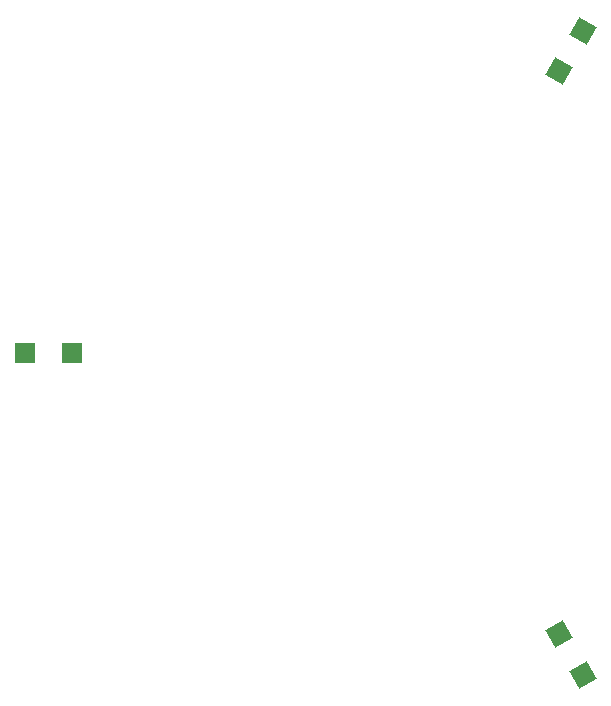
<source format=gbr>
%TF.GenerationSoftware,KiCad,Pcbnew,7.0.10*%
%TF.CreationDate,2024-03-15T14:22:34-04:00*%
%TF.ProjectId,new_middle,6e65775f-6d69-4646-946c-652e6b696361,rev?*%
%TF.SameCoordinates,Original*%
%TF.FileFunction,Soldermask,Top*%
%TF.FilePolarity,Negative*%
%FSLAX46Y46*%
G04 Gerber Fmt 4.6, Leading zero omitted, Abs format (unit mm)*
G04 Created by KiCad (PCBNEW 7.0.10) date 2024-03-15 14:22:34*
%MOMM*%
%LPD*%
G01*
G04 APERTURE LIST*
G04 Aperture macros list*
%AMRotRect*
0 Rectangle, with rotation*
0 The origin of the aperture is its center*
0 $1 length*
0 $2 width*
0 $3 Rotation angle, in degrees counterclockwise*
0 Add horizontal line*
21,1,$1,$2,0,0,$3*%
G04 Aperture macros list end*
%ADD10R,1.700000X1.700000*%
%ADD11RotRect,1.700000X1.700000X60.000000*%
%ADD12RotRect,1.700000X1.700000X120.000000*%
G04 APERTURE END LIST*
D10*
%TO.C,J104*%
X22500000Y-50000000D03*
%TD*%
D11*
%TO.C,J102*%
X65750000Y-22720000D03*
%TD*%
D10*
%TO.C,J101*%
X18500000Y-50000000D03*
%TD*%
D12*
%TO.C,J103*%
X65750000Y-77280000D03*
%TD*%
%TO.C,J106*%
X63750000Y-73816000D03*
%TD*%
D11*
%TO.C,J105*%
X63750000Y-26184000D03*
%TD*%
M02*

</source>
